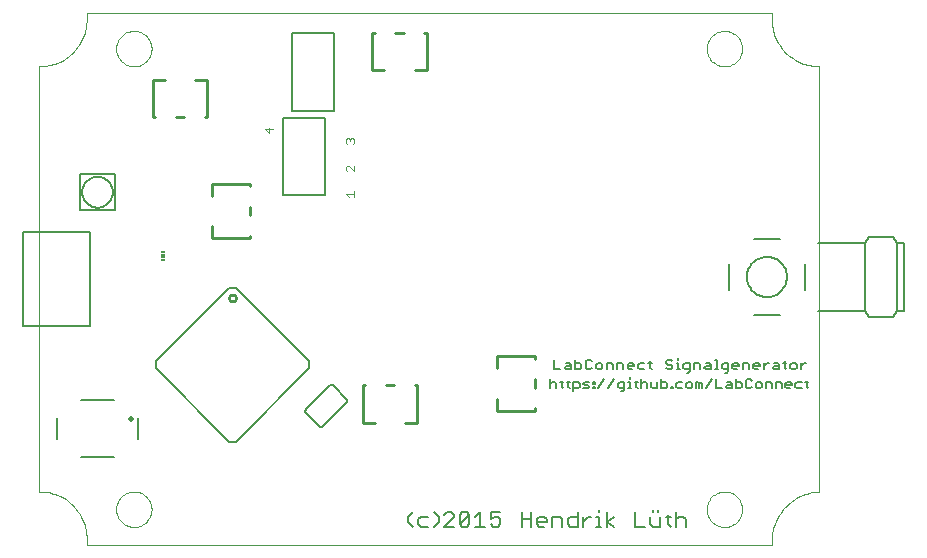
<source format=gto>
G75*
%MOIN*%
%OFA0B0*%
%FSLAX24Y24*%
%IPPOS*%
%LPD*%
%AMOC8*
5,1,8,0,0,1.08239X$1,22.5*
%
%ADD10C,0.0080*%
%ADD11C,0.0060*%
%ADD12C,0.0050*%
%ADD13C,0.0040*%
%ADD14C,0.0200*%
%ADD15C,0.0100*%
%ADD16C,0.0000*%
%ADD17R,0.0118X0.0059*%
%ADD18R,0.0118X0.0118*%
D10*
X002311Y003843D02*
X003388Y003843D01*
X004188Y004443D02*
X004188Y005132D01*
X003388Y005732D02*
X002311Y005732D01*
X001511Y005132D02*
X001511Y004443D01*
X004789Y006801D02*
X004789Y007024D01*
X007239Y009474D01*
X007461Y009474D01*
X009911Y007024D01*
X009911Y006801D01*
X007461Y004351D01*
X007239Y004351D01*
X004789Y006801D01*
X013202Y001835D02*
X013202Y001675D01*
X013363Y001515D01*
X013546Y001595D02*
X013626Y001515D01*
X013866Y001515D01*
X014062Y001515D02*
X014222Y001675D01*
X014222Y001835D01*
X014062Y001995D01*
X013866Y001835D02*
X013626Y001835D01*
X013546Y001755D01*
X013546Y001595D01*
X013202Y001835D02*
X013363Y001995D01*
X014406Y001915D02*
X014486Y001995D01*
X014646Y001995D01*
X014726Y001915D01*
X014726Y001835D01*
X014406Y001515D01*
X014726Y001515D01*
X014921Y001595D02*
X015241Y001915D01*
X015241Y001595D01*
X015161Y001515D01*
X015001Y001515D01*
X014921Y001595D01*
X014921Y001915D01*
X015001Y001995D01*
X015161Y001995D01*
X015241Y001915D01*
X015437Y001835D02*
X015597Y001995D01*
X015597Y001515D01*
X015437Y001515D02*
X015757Y001515D01*
X015952Y001595D02*
X016033Y001515D01*
X016193Y001515D01*
X016273Y001595D01*
X016273Y001755D01*
X016193Y001835D01*
X016113Y001835D01*
X015952Y001755D01*
X015952Y001995D01*
X016273Y001995D01*
X016984Y001995D02*
X016984Y001515D01*
X016984Y001755D02*
X017304Y001755D01*
X017499Y001755D02*
X017579Y001835D01*
X017740Y001835D01*
X017820Y001755D01*
X017820Y001675D01*
X017499Y001675D01*
X017499Y001595D02*
X017499Y001755D01*
X017499Y001595D02*
X017579Y001515D01*
X017740Y001515D01*
X018015Y001515D02*
X018015Y001835D01*
X018255Y001835D01*
X018335Y001755D01*
X018335Y001515D01*
X018531Y001595D02*
X018531Y001755D01*
X018611Y001835D01*
X018851Y001835D01*
X018851Y001995D02*
X018851Y001515D01*
X018611Y001515D01*
X018531Y001595D01*
X019046Y001675D02*
X019206Y001835D01*
X019287Y001835D01*
X019476Y001835D02*
X019556Y001835D01*
X019556Y001515D01*
X019476Y001515D02*
X019636Y001515D01*
X019820Y001515D02*
X019820Y001995D01*
X019556Y001995D02*
X019556Y002075D01*
X019820Y001675D02*
X020060Y001835D01*
X019820Y001675D02*
X020060Y001515D01*
X020765Y001515D02*
X021085Y001515D01*
X021281Y001595D02*
X021361Y001515D01*
X021601Y001515D01*
X021601Y001835D01*
X021521Y001995D02*
X021521Y002075D01*
X021361Y002075D02*
X021361Y001995D01*
X021281Y001835D02*
X021281Y001595D01*
X021796Y001835D02*
X021957Y001835D01*
X021876Y001915D02*
X021876Y001595D01*
X021957Y001515D01*
X022140Y001515D02*
X022140Y001995D01*
X022220Y001835D02*
X022380Y001835D01*
X022460Y001755D01*
X022460Y001515D01*
X022140Y001755D02*
X022220Y001835D01*
X020765Y001995D02*
X020765Y001515D01*
X019046Y001515D02*
X019046Y001835D01*
X017304Y001995D02*
X017304Y001515D01*
X024731Y008578D02*
X025597Y008578D01*
X026857Y008696D02*
X028432Y008696D01*
X028432Y010979D01*
X028550Y011176D01*
X029377Y011176D01*
X029495Y010979D01*
X029495Y008696D01*
X029731Y008696D01*
X029731Y010979D01*
X029495Y010979D01*
X028432Y010979D02*
X026857Y010979D01*
X026424Y010271D02*
X026424Y009405D01*
X024495Y009838D02*
X024497Y009889D01*
X024503Y009940D01*
X024513Y009990D01*
X024526Y010040D01*
X024544Y010088D01*
X024564Y010135D01*
X024589Y010180D01*
X024617Y010223D01*
X024648Y010264D01*
X024682Y010302D01*
X024719Y010337D01*
X024758Y010370D01*
X024800Y010400D01*
X024844Y010426D01*
X024890Y010448D01*
X024938Y010468D01*
X024987Y010483D01*
X025037Y010495D01*
X025087Y010503D01*
X025138Y010507D01*
X025190Y010507D01*
X025241Y010503D01*
X025291Y010495D01*
X025341Y010483D01*
X025390Y010468D01*
X025438Y010448D01*
X025484Y010426D01*
X025528Y010400D01*
X025570Y010370D01*
X025609Y010337D01*
X025646Y010302D01*
X025680Y010264D01*
X025711Y010223D01*
X025739Y010180D01*
X025764Y010135D01*
X025784Y010088D01*
X025802Y010040D01*
X025815Y009990D01*
X025825Y009940D01*
X025831Y009889D01*
X025833Y009838D01*
X025831Y009787D01*
X025825Y009736D01*
X025815Y009686D01*
X025802Y009636D01*
X025784Y009588D01*
X025764Y009541D01*
X025739Y009496D01*
X025711Y009453D01*
X025680Y009412D01*
X025646Y009374D01*
X025609Y009339D01*
X025570Y009306D01*
X025528Y009276D01*
X025484Y009250D01*
X025438Y009228D01*
X025390Y009208D01*
X025341Y009193D01*
X025291Y009181D01*
X025241Y009173D01*
X025190Y009169D01*
X025138Y009169D01*
X025087Y009173D01*
X025037Y009181D01*
X024987Y009193D01*
X024938Y009208D01*
X024890Y009228D01*
X024844Y009250D01*
X024800Y009276D01*
X024758Y009306D01*
X024719Y009339D01*
X024682Y009374D01*
X024648Y009412D01*
X024617Y009453D01*
X024589Y009496D01*
X024564Y009541D01*
X024544Y009588D01*
X024526Y009636D01*
X024513Y009686D01*
X024503Y009736D01*
X024497Y009787D01*
X024495Y009838D01*
X023905Y009405D02*
X023905Y010271D01*
X024731Y011097D02*
X025597Y011097D01*
X028432Y008696D02*
X028550Y008499D01*
X029377Y008499D01*
X029495Y008696D01*
X010737Y015372D02*
X010737Y017953D01*
X009337Y017953D01*
X009337Y015372D01*
X010737Y015372D01*
X010425Y015140D02*
X010425Y012560D01*
X009025Y012560D01*
X009025Y015140D01*
X010425Y015140D01*
D11*
X018067Y007075D02*
X018067Y006755D01*
X018281Y006755D01*
X018417Y006808D02*
X018471Y006862D01*
X018631Y006862D01*
X018631Y006915D02*
X018631Y006755D01*
X018471Y006755D01*
X018417Y006808D01*
X018471Y006968D02*
X018577Y006968D01*
X018631Y006915D01*
X018767Y006968D02*
X018927Y006968D01*
X018981Y006915D01*
X018981Y006808D01*
X018927Y006755D01*
X018767Y006755D01*
X018767Y007075D01*
X019117Y007022D02*
X019117Y006808D01*
X019170Y006755D01*
X019277Y006755D01*
X019331Y006808D01*
X019467Y006808D02*
X019467Y006915D01*
X019520Y006968D01*
X019627Y006968D01*
X019681Y006915D01*
X019681Y006808D01*
X019627Y006755D01*
X019520Y006755D01*
X019467Y006808D01*
X019331Y007022D02*
X019277Y007075D01*
X019170Y007075D01*
X019117Y007022D01*
X019817Y006968D02*
X019817Y006755D01*
X020030Y006755D02*
X020030Y006915D01*
X019977Y006968D01*
X019817Y006968D01*
X020167Y006968D02*
X020167Y006755D01*
X020380Y006755D02*
X020380Y006915D01*
X020327Y006968D01*
X020167Y006968D01*
X020517Y006915D02*
X020517Y006808D01*
X020570Y006755D01*
X020677Y006755D01*
X020730Y006862D02*
X020517Y006862D01*
X020517Y006915D02*
X020570Y006968D01*
X020677Y006968D01*
X020730Y006915D01*
X020730Y006862D01*
X020867Y006915D02*
X020867Y006808D01*
X020920Y006755D01*
X021080Y006755D01*
X021270Y006808D02*
X021270Y007022D01*
X021323Y006968D02*
X021216Y006968D01*
X021080Y006968D02*
X020920Y006968D01*
X020867Y006915D01*
X021270Y006808D02*
X021323Y006755D01*
X021800Y006808D02*
X021853Y006755D01*
X021960Y006755D01*
X022013Y006808D01*
X022013Y006862D01*
X021960Y006915D01*
X021853Y006915D01*
X021800Y006968D01*
X021800Y007022D01*
X021853Y007075D01*
X021960Y007075D01*
X022013Y007022D01*
X022150Y006968D02*
X022203Y006968D01*
X022203Y006755D01*
X022150Y006755D02*
X022256Y006755D01*
X022383Y006808D02*
X022436Y006755D01*
X022596Y006755D01*
X022596Y006702D02*
X022596Y006968D01*
X022436Y006968D01*
X022383Y006915D01*
X022383Y006808D01*
X022490Y006648D02*
X022543Y006648D01*
X022596Y006702D01*
X022733Y006755D02*
X022733Y006968D01*
X022893Y006968D01*
X022946Y006915D01*
X022946Y006755D01*
X023083Y006808D02*
X023136Y006862D01*
X023296Y006862D01*
X023296Y006915D02*
X023296Y006755D01*
X023136Y006755D01*
X023083Y006808D01*
X023136Y006968D02*
X023243Y006968D01*
X023296Y006915D01*
X023433Y006755D02*
X023539Y006755D01*
X023486Y006755D02*
X023486Y007075D01*
X023433Y007075D01*
X023666Y006915D02*
X023666Y006808D01*
X023719Y006755D01*
X023879Y006755D01*
X023879Y006702D02*
X023879Y006968D01*
X023719Y006968D01*
X023666Y006915D01*
X023773Y006648D02*
X023826Y006648D01*
X023879Y006702D01*
X024016Y006808D02*
X024016Y006915D01*
X024069Y006968D01*
X024176Y006968D01*
X024229Y006915D01*
X024229Y006862D01*
X024016Y006862D01*
X024016Y006808D02*
X024069Y006755D01*
X024176Y006755D01*
X024366Y006755D02*
X024366Y006968D01*
X024526Y006968D01*
X024579Y006915D01*
X024579Y006755D01*
X024715Y006808D02*
X024715Y006915D01*
X024769Y006968D01*
X024876Y006968D01*
X024929Y006915D01*
X024929Y006862D01*
X024715Y006862D01*
X024715Y006808D02*
X024769Y006755D01*
X024876Y006755D01*
X025065Y006755D02*
X025065Y006968D01*
X025065Y006862D02*
X025172Y006968D01*
X025225Y006968D01*
X025410Y006968D02*
X025517Y006968D01*
X025570Y006915D01*
X025570Y006755D01*
X025410Y006755D01*
X025357Y006808D01*
X025410Y006862D01*
X025570Y006862D01*
X025707Y006968D02*
X025814Y006968D01*
X025760Y007022D02*
X025760Y006808D01*
X025814Y006755D01*
X025940Y006808D02*
X025993Y006755D01*
X026100Y006755D01*
X026154Y006808D01*
X026154Y006915D01*
X026100Y006968D01*
X025993Y006968D01*
X025940Y006915D01*
X025940Y006808D01*
X026290Y006755D02*
X026290Y006968D01*
X026290Y006862D02*
X026397Y006968D01*
X026450Y006968D01*
X022203Y007075D02*
X022203Y007129D01*
X011147Y005785D02*
X010722Y006209D01*
X010723Y006209D02*
X010709Y006220D01*
X010694Y006229D01*
X010678Y006235D01*
X010661Y006238D01*
X010643Y006238D01*
X010626Y006235D01*
X010610Y006229D01*
X010595Y006220D01*
X010581Y006209D01*
X009803Y005431D01*
X009803Y005432D02*
X009792Y005418D01*
X009783Y005403D01*
X009777Y005387D01*
X009774Y005370D01*
X009774Y005352D01*
X009777Y005335D01*
X009783Y005319D01*
X009792Y005304D01*
X009803Y005290D01*
X010227Y004866D01*
X010227Y004865D02*
X010241Y004854D01*
X010256Y004845D01*
X010272Y004839D01*
X010289Y004836D01*
X010307Y004836D01*
X010324Y004839D01*
X010340Y004845D01*
X010355Y004854D01*
X010369Y004865D01*
X010369Y004866D02*
X011147Y005643D01*
X011158Y005657D01*
X011167Y005672D01*
X011173Y005688D01*
X011176Y005705D01*
X011176Y005723D01*
X011173Y005740D01*
X011167Y005756D01*
X011158Y005771D01*
X011147Y005785D01*
D12*
X017937Y006125D02*
X017937Y006435D01*
X017989Y006332D02*
X018093Y006332D01*
X018144Y006280D01*
X018144Y006125D01*
X018321Y006177D02*
X018321Y006383D01*
X018269Y006332D02*
X018372Y006332D01*
X018490Y006332D02*
X018593Y006332D01*
X018542Y006383D02*
X018542Y006177D01*
X018593Y006125D01*
X018711Y006125D02*
X018866Y006125D01*
X018918Y006177D01*
X018918Y006280D01*
X018866Y006332D01*
X018711Y006332D01*
X018711Y006021D01*
X019042Y006125D02*
X019197Y006125D01*
X019249Y006177D01*
X019197Y006228D01*
X019094Y006228D01*
X019042Y006280D01*
X019094Y006332D01*
X019249Y006332D01*
X019374Y006332D02*
X019374Y006280D01*
X019426Y006280D01*
X019426Y006332D01*
X019374Y006332D01*
X019374Y006177D02*
X019374Y006125D01*
X019426Y006125D01*
X019426Y006177D01*
X019374Y006177D01*
X019540Y006125D02*
X019746Y006435D01*
X020078Y006435D02*
X019871Y006125D01*
X020203Y006177D02*
X020203Y006280D01*
X020254Y006332D01*
X020409Y006332D01*
X020409Y006073D01*
X020358Y006021D01*
X020306Y006021D01*
X020254Y006125D02*
X020409Y006125D01*
X020534Y006125D02*
X020637Y006125D01*
X020586Y006125D02*
X020586Y006332D01*
X020534Y006332D01*
X020586Y006435D02*
X020586Y006487D01*
X020755Y006332D02*
X020858Y006332D01*
X020807Y006383D02*
X020807Y006177D01*
X020858Y006125D01*
X020976Y006125D02*
X020976Y006435D01*
X021028Y006332D02*
X021131Y006332D01*
X021183Y006280D01*
X021183Y006125D01*
X021307Y006177D02*
X021307Y006332D01*
X021307Y006177D02*
X021359Y006125D01*
X021514Y006125D01*
X021514Y006332D01*
X021639Y006332D02*
X021794Y006332D01*
X021846Y006280D01*
X021846Y006177D01*
X021794Y006125D01*
X021639Y006125D01*
X021639Y006435D01*
X021970Y006177D02*
X022022Y006177D01*
X022022Y006125D01*
X021970Y006125D01*
X021970Y006177D01*
X022136Y006177D02*
X022136Y006280D01*
X022188Y006332D01*
X022343Y006332D01*
X022468Y006280D02*
X022468Y006177D01*
X022519Y006125D01*
X022623Y006125D01*
X022675Y006177D01*
X022675Y006280D01*
X022623Y006332D01*
X022519Y006332D01*
X022468Y006280D01*
X022343Y006125D02*
X022188Y006125D01*
X022136Y006177D01*
X022799Y006125D02*
X022799Y006332D01*
X022851Y006332D01*
X022903Y006280D01*
X022954Y006332D01*
X023006Y006280D01*
X023006Y006125D01*
X022903Y006125D02*
X022903Y006280D01*
X023131Y006125D02*
X023337Y006435D01*
X023462Y006435D02*
X023462Y006125D01*
X023669Y006125D01*
X023794Y006177D02*
X023845Y006228D01*
X024000Y006228D01*
X024000Y006280D02*
X024000Y006125D01*
X023845Y006125D01*
X023794Y006177D01*
X023845Y006332D02*
X023949Y006332D01*
X024000Y006280D01*
X024125Y006332D02*
X024280Y006332D01*
X024332Y006280D01*
X024332Y006177D01*
X024280Y006125D01*
X024125Y006125D01*
X024125Y006435D01*
X024457Y006383D02*
X024457Y006177D01*
X024508Y006125D01*
X024612Y006125D01*
X024663Y006177D01*
X024788Y006177D02*
X024840Y006125D01*
X024943Y006125D01*
X024995Y006177D01*
X024995Y006280D01*
X024943Y006332D01*
X024840Y006332D01*
X024788Y006280D01*
X024788Y006177D01*
X024663Y006383D02*
X024612Y006435D01*
X024508Y006435D01*
X024457Y006383D01*
X025120Y006332D02*
X025120Y006125D01*
X025326Y006125D02*
X025326Y006280D01*
X025275Y006332D01*
X025120Y006332D01*
X025451Y006332D02*
X025451Y006125D01*
X025451Y006332D02*
X025606Y006332D01*
X025658Y006280D01*
X025658Y006125D01*
X025782Y006177D02*
X025782Y006280D01*
X025834Y006332D01*
X025938Y006332D01*
X025989Y006280D01*
X025989Y006228D01*
X025782Y006228D01*
X025782Y006177D02*
X025834Y006125D01*
X025938Y006125D01*
X026114Y006177D02*
X026114Y006280D01*
X026166Y006332D01*
X026321Y006332D01*
X026445Y006332D02*
X026549Y006332D01*
X026497Y006383D02*
X026497Y006177D01*
X026549Y006125D01*
X026321Y006125D02*
X026166Y006125D01*
X026114Y006177D01*
X021028Y006332D02*
X020976Y006280D01*
X020254Y006125D02*
X020203Y006177D01*
X018372Y006125D02*
X018321Y006177D01*
X017989Y006332D02*
X017937Y006280D01*
X003440Y012072D02*
X003440Y013253D01*
X002259Y013253D01*
X002259Y012072D01*
X003440Y012072D01*
X002338Y012662D02*
X002340Y012707D01*
X002346Y012751D01*
X002355Y012795D01*
X002369Y012837D01*
X002386Y012878D01*
X002407Y012918D01*
X002431Y012956D01*
X002458Y012991D01*
X002488Y013024D01*
X002521Y013054D01*
X002556Y013081D01*
X002594Y013105D01*
X002634Y013126D01*
X002675Y013143D01*
X002717Y013157D01*
X002761Y013166D01*
X002805Y013172D01*
X002850Y013174D01*
X002895Y013172D01*
X002939Y013166D01*
X002983Y013157D01*
X003025Y013143D01*
X003066Y013126D01*
X003106Y013105D01*
X003144Y013081D01*
X003179Y013054D01*
X003212Y013024D01*
X003242Y012991D01*
X003269Y012956D01*
X003293Y012918D01*
X003314Y012878D01*
X003331Y012837D01*
X003345Y012795D01*
X003354Y012751D01*
X003360Y012707D01*
X003362Y012662D01*
X003360Y012617D01*
X003354Y012573D01*
X003345Y012529D01*
X003331Y012487D01*
X003314Y012446D01*
X003293Y012406D01*
X003269Y012368D01*
X003242Y012333D01*
X003212Y012300D01*
X003179Y012270D01*
X003144Y012243D01*
X003106Y012219D01*
X003066Y012198D01*
X003025Y012181D01*
X002983Y012167D01*
X002939Y012158D01*
X002895Y012152D01*
X002850Y012150D01*
X002805Y012152D01*
X002761Y012158D01*
X002717Y012167D01*
X002675Y012181D01*
X002634Y012198D01*
X002594Y012219D01*
X002556Y012243D01*
X002521Y012270D01*
X002488Y012300D01*
X002458Y012333D01*
X002431Y012368D01*
X002407Y012406D01*
X002386Y012446D01*
X002369Y012487D01*
X002355Y012529D01*
X002346Y012573D01*
X002340Y012617D01*
X002338Y012662D01*
X002605Y011345D02*
X000361Y011345D01*
X000361Y008196D01*
X002605Y008196D01*
X002605Y011345D01*
D13*
X008425Y014760D02*
X008565Y014620D01*
X008565Y014807D01*
X008705Y014760D02*
X008425Y014760D01*
X011125Y014412D02*
X011171Y014459D01*
X011218Y014459D01*
X011265Y014412D01*
X011311Y014459D01*
X011358Y014459D01*
X011405Y014412D01*
X011405Y014318D01*
X011358Y014272D01*
X011265Y014365D02*
X011265Y014412D01*
X011125Y014412D02*
X011125Y014318D01*
X011171Y014272D01*
X011175Y013549D02*
X011128Y013502D01*
X011128Y013408D01*
X011175Y013362D01*
X011175Y013549D02*
X011222Y013549D01*
X011409Y013362D01*
X011409Y013549D01*
X011405Y012697D02*
X011405Y012511D01*
X011405Y012604D02*
X011125Y012604D01*
X011218Y012511D01*
D14*
X003950Y005087D03*
D15*
X007239Y009140D02*
X007241Y009160D01*
X007246Y009180D01*
X007256Y009198D01*
X007268Y009215D01*
X007283Y009229D01*
X007301Y009239D01*
X007320Y009247D01*
X007340Y009251D01*
X007360Y009251D01*
X007380Y009247D01*
X007399Y009239D01*
X007417Y009229D01*
X007432Y009215D01*
X007444Y009198D01*
X007454Y009180D01*
X007459Y009160D01*
X007461Y009140D01*
X007459Y009120D01*
X007454Y009100D01*
X007444Y009082D01*
X007432Y009065D01*
X007417Y009051D01*
X007399Y009041D01*
X007380Y009033D01*
X007360Y009029D01*
X007340Y009029D01*
X007320Y009033D01*
X007301Y009041D01*
X007283Y009051D01*
X007268Y009065D01*
X007256Y009082D01*
X007246Y009100D01*
X007241Y009120D01*
X007239Y009140D01*
X006657Y011132D02*
X006657Y011526D01*
X006657Y011132D02*
X007917Y011132D01*
X007917Y011211D01*
X007917Y011900D02*
X007917Y012175D01*
X007917Y012864D02*
X007917Y012943D01*
X006657Y012943D01*
X006657Y012549D01*
X006505Y015157D02*
X006427Y015157D01*
X006505Y015157D02*
X006505Y016417D01*
X006112Y016417D01*
X005088Y016417D02*
X004694Y016417D01*
X004694Y015157D01*
X004773Y015157D01*
X005462Y015157D02*
X005738Y015157D01*
X012007Y016720D02*
X012007Y017980D01*
X012086Y017980D01*
X012775Y017980D02*
X013050Y017980D01*
X013739Y017980D02*
X013818Y017980D01*
X013818Y016720D01*
X013424Y016720D01*
X012401Y016720D02*
X012007Y016720D01*
X016157Y007193D02*
X017417Y007193D01*
X017417Y007114D01*
X017417Y006425D02*
X017417Y006150D01*
X017417Y005461D02*
X017417Y005382D01*
X016157Y005382D01*
X016157Y005776D01*
X016157Y006799D02*
X016157Y007193D01*
X013505Y006230D02*
X013505Y004970D01*
X013112Y004970D01*
X012088Y004970D02*
X011694Y004970D01*
X011694Y006230D01*
X011773Y006230D01*
X012462Y006230D02*
X012738Y006230D01*
X013427Y006230D02*
X013505Y006230D01*
D16*
X002487Y001109D02*
X002485Y001186D01*
X002479Y001263D01*
X002470Y001340D01*
X002457Y001416D01*
X002440Y001492D01*
X002419Y001566D01*
X002395Y001640D01*
X002367Y001712D01*
X002336Y001782D01*
X002301Y001851D01*
X002263Y001919D01*
X002222Y001984D01*
X002177Y002047D01*
X002129Y002108D01*
X002079Y002167D01*
X002026Y002223D01*
X001970Y002276D01*
X001911Y002326D01*
X001850Y002374D01*
X001787Y002419D01*
X001722Y002460D01*
X001654Y002498D01*
X001585Y002533D01*
X001515Y002564D01*
X001443Y002592D01*
X001369Y002616D01*
X001295Y002637D01*
X001219Y002654D01*
X001143Y002667D01*
X001066Y002676D01*
X000989Y002682D01*
X000912Y002684D01*
X000912Y016857D01*
X000989Y016859D01*
X001066Y016865D01*
X001143Y016874D01*
X001219Y016887D01*
X001295Y016904D01*
X001369Y016925D01*
X001443Y016949D01*
X001515Y016977D01*
X001585Y017008D01*
X001654Y017043D01*
X001722Y017081D01*
X001787Y017122D01*
X001850Y017167D01*
X001911Y017215D01*
X001970Y017265D01*
X002026Y017318D01*
X002079Y017374D01*
X002129Y017433D01*
X002177Y017494D01*
X002222Y017557D01*
X002263Y017622D01*
X002301Y017690D01*
X002336Y017759D01*
X002367Y017829D01*
X002395Y017901D01*
X002419Y017975D01*
X002440Y018049D01*
X002457Y018125D01*
X002470Y018201D01*
X002479Y018278D01*
X002485Y018355D01*
X002487Y018432D01*
X002487Y018629D01*
X025322Y018629D01*
X025322Y018432D01*
X023156Y017448D02*
X023158Y017496D01*
X023164Y017544D01*
X023174Y017591D01*
X023187Y017637D01*
X023205Y017682D01*
X023225Y017726D01*
X023250Y017768D01*
X023278Y017807D01*
X023308Y017844D01*
X023342Y017878D01*
X023379Y017910D01*
X023417Y017939D01*
X023458Y017964D01*
X023501Y017986D01*
X023546Y018004D01*
X023592Y018018D01*
X023639Y018029D01*
X023687Y018036D01*
X023735Y018039D01*
X023783Y018038D01*
X023831Y018033D01*
X023879Y018024D01*
X023925Y018012D01*
X023970Y017995D01*
X024014Y017975D01*
X024056Y017952D01*
X024096Y017925D01*
X024134Y017895D01*
X024169Y017862D01*
X024201Y017826D01*
X024231Y017788D01*
X024257Y017747D01*
X024279Y017704D01*
X024299Y017660D01*
X024314Y017615D01*
X024326Y017568D01*
X024334Y017520D01*
X024338Y017472D01*
X024338Y017424D01*
X024334Y017376D01*
X024326Y017328D01*
X024314Y017281D01*
X024299Y017236D01*
X024279Y017192D01*
X024257Y017149D01*
X024231Y017108D01*
X024201Y017070D01*
X024169Y017034D01*
X024134Y017001D01*
X024096Y016971D01*
X024056Y016944D01*
X024014Y016921D01*
X023970Y016901D01*
X023925Y016884D01*
X023879Y016872D01*
X023831Y016863D01*
X023783Y016858D01*
X023735Y016857D01*
X023687Y016860D01*
X023639Y016867D01*
X023592Y016878D01*
X023546Y016892D01*
X023501Y016910D01*
X023458Y016932D01*
X023417Y016957D01*
X023379Y016986D01*
X023342Y017018D01*
X023308Y017052D01*
X023278Y017089D01*
X023250Y017128D01*
X023225Y017170D01*
X023205Y017214D01*
X023187Y017259D01*
X023174Y017305D01*
X023164Y017352D01*
X023158Y017400D01*
X023156Y017448D01*
X026897Y016857D02*
X026897Y002684D01*
X026817Y002678D01*
X026738Y002667D01*
X026659Y002653D01*
X026582Y002635D01*
X026505Y002614D01*
X026429Y002589D01*
X026355Y002560D01*
X026282Y002528D01*
X026210Y002492D01*
X026141Y002453D01*
X026073Y002411D01*
X026008Y002365D01*
X025944Y002317D01*
X025883Y002265D01*
X025825Y002211D01*
X025769Y002154D01*
X025716Y002094D01*
X025666Y002032D01*
X025619Y001968D01*
X025575Y001901D01*
X025534Y001833D01*
X025497Y001762D01*
X025463Y001690D01*
X025432Y001617D01*
X025405Y001541D01*
X025382Y001465D01*
X025362Y001388D01*
X025346Y001310D01*
X025334Y001231D01*
X025325Y001152D01*
X025320Y001072D01*
X025319Y000992D01*
X025322Y000913D01*
X025322Y000912D02*
X002487Y000912D01*
X002487Y001109D01*
X003471Y002094D02*
X003473Y002142D01*
X003479Y002190D01*
X003489Y002237D01*
X003502Y002283D01*
X003520Y002328D01*
X003540Y002372D01*
X003565Y002414D01*
X003593Y002453D01*
X003623Y002490D01*
X003657Y002524D01*
X003694Y002556D01*
X003732Y002585D01*
X003773Y002610D01*
X003816Y002632D01*
X003861Y002650D01*
X003907Y002664D01*
X003954Y002675D01*
X004002Y002682D01*
X004050Y002685D01*
X004098Y002684D01*
X004146Y002679D01*
X004194Y002670D01*
X004240Y002658D01*
X004285Y002641D01*
X004329Y002621D01*
X004371Y002598D01*
X004411Y002571D01*
X004449Y002541D01*
X004484Y002508D01*
X004516Y002472D01*
X004546Y002434D01*
X004572Y002393D01*
X004594Y002350D01*
X004614Y002306D01*
X004629Y002261D01*
X004641Y002214D01*
X004649Y002166D01*
X004653Y002118D01*
X004653Y002070D01*
X004649Y002022D01*
X004641Y001974D01*
X004629Y001927D01*
X004614Y001882D01*
X004594Y001838D01*
X004572Y001795D01*
X004546Y001754D01*
X004516Y001716D01*
X004484Y001680D01*
X004449Y001647D01*
X004411Y001617D01*
X004371Y001590D01*
X004329Y001567D01*
X004285Y001547D01*
X004240Y001530D01*
X004194Y001518D01*
X004146Y001509D01*
X004098Y001504D01*
X004050Y001503D01*
X004002Y001506D01*
X003954Y001513D01*
X003907Y001524D01*
X003861Y001538D01*
X003816Y001556D01*
X003773Y001578D01*
X003732Y001603D01*
X003694Y001632D01*
X003657Y001664D01*
X003623Y001698D01*
X003593Y001735D01*
X003565Y001774D01*
X003540Y001816D01*
X003520Y001860D01*
X003502Y001905D01*
X003489Y001951D01*
X003479Y001998D01*
X003473Y002046D01*
X003471Y002094D01*
X023156Y002094D02*
X023158Y002142D01*
X023164Y002190D01*
X023174Y002237D01*
X023187Y002283D01*
X023205Y002328D01*
X023225Y002372D01*
X023250Y002414D01*
X023278Y002453D01*
X023308Y002490D01*
X023342Y002524D01*
X023379Y002556D01*
X023417Y002585D01*
X023458Y002610D01*
X023501Y002632D01*
X023546Y002650D01*
X023592Y002664D01*
X023639Y002675D01*
X023687Y002682D01*
X023735Y002685D01*
X023783Y002684D01*
X023831Y002679D01*
X023879Y002670D01*
X023925Y002658D01*
X023970Y002641D01*
X024014Y002621D01*
X024056Y002598D01*
X024096Y002571D01*
X024134Y002541D01*
X024169Y002508D01*
X024201Y002472D01*
X024231Y002434D01*
X024257Y002393D01*
X024279Y002350D01*
X024299Y002306D01*
X024314Y002261D01*
X024326Y002214D01*
X024334Y002166D01*
X024338Y002118D01*
X024338Y002070D01*
X024334Y002022D01*
X024326Y001974D01*
X024314Y001927D01*
X024299Y001882D01*
X024279Y001838D01*
X024257Y001795D01*
X024231Y001754D01*
X024201Y001716D01*
X024169Y001680D01*
X024134Y001647D01*
X024096Y001617D01*
X024056Y001590D01*
X024014Y001567D01*
X023970Y001547D01*
X023925Y001530D01*
X023879Y001518D01*
X023831Y001509D01*
X023783Y001504D01*
X023735Y001503D01*
X023687Y001506D01*
X023639Y001513D01*
X023592Y001524D01*
X023546Y001538D01*
X023501Y001556D01*
X023458Y001578D01*
X023417Y001603D01*
X023379Y001632D01*
X023342Y001664D01*
X023308Y001698D01*
X023278Y001735D01*
X023250Y001774D01*
X023225Y001816D01*
X023205Y001860D01*
X023187Y001905D01*
X023174Y001951D01*
X023164Y001998D01*
X023158Y002046D01*
X023156Y002094D01*
X003471Y017448D02*
X003473Y017496D01*
X003479Y017544D01*
X003489Y017591D01*
X003502Y017637D01*
X003520Y017682D01*
X003540Y017726D01*
X003565Y017768D01*
X003593Y017807D01*
X003623Y017844D01*
X003657Y017878D01*
X003694Y017910D01*
X003732Y017939D01*
X003773Y017964D01*
X003816Y017986D01*
X003861Y018004D01*
X003907Y018018D01*
X003954Y018029D01*
X004002Y018036D01*
X004050Y018039D01*
X004098Y018038D01*
X004146Y018033D01*
X004194Y018024D01*
X004240Y018012D01*
X004285Y017995D01*
X004329Y017975D01*
X004371Y017952D01*
X004411Y017925D01*
X004449Y017895D01*
X004484Y017862D01*
X004516Y017826D01*
X004546Y017788D01*
X004572Y017747D01*
X004594Y017704D01*
X004614Y017660D01*
X004629Y017615D01*
X004641Y017568D01*
X004649Y017520D01*
X004653Y017472D01*
X004653Y017424D01*
X004649Y017376D01*
X004641Y017328D01*
X004629Y017281D01*
X004614Y017236D01*
X004594Y017192D01*
X004572Y017149D01*
X004546Y017108D01*
X004516Y017070D01*
X004484Y017034D01*
X004449Y017001D01*
X004411Y016971D01*
X004371Y016944D01*
X004329Y016921D01*
X004285Y016901D01*
X004240Y016884D01*
X004194Y016872D01*
X004146Y016863D01*
X004098Y016858D01*
X004050Y016857D01*
X004002Y016860D01*
X003954Y016867D01*
X003907Y016878D01*
X003861Y016892D01*
X003816Y016910D01*
X003773Y016932D01*
X003732Y016957D01*
X003694Y016986D01*
X003657Y017018D01*
X003623Y017052D01*
X003593Y017089D01*
X003565Y017128D01*
X003540Y017170D01*
X003520Y017214D01*
X003502Y017259D01*
X003489Y017305D01*
X003479Y017352D01*
X003473Y017400D01*
X003471Y017448D01*
X025322Y018432D02*
X025324Y018355D01*
X025330Y018278D01*
X025339Y018201D01*
X025352Y018125D01*
X025369Y018049D01*
X025390Y017975D01*
X025414Y017901D01*
X025442Y017829D01*
X025473Y017759D01*
X025508Y017690D01*
X025546Y017622D01*
X025587Y017557D01*
X025632Y017494D01*
X025680Y017433D01*
X025730Y017374D01*
X025783Y017318D01*
X025839Y017265D01*
X025898Y017215D01*
X025959Y017167D01*
X026022Y017122D01*
X026087Y017081D01*
X026155Y017043D01*
X026224Y017008D01*
X026294Y016977D01*
X026366Y016949D01*
X026440Y016925D01*
X026514Y016904D01*
X026590Y016887D01*
X026666Y016874D01*
X026743Y016865D01*
X026820Y016859D01*
X026897Y016857D01*
D17*
X005034Y010685D03*
X005034Y010390D03*
D18*
X005034Y010537D03*
M02*

</source>
